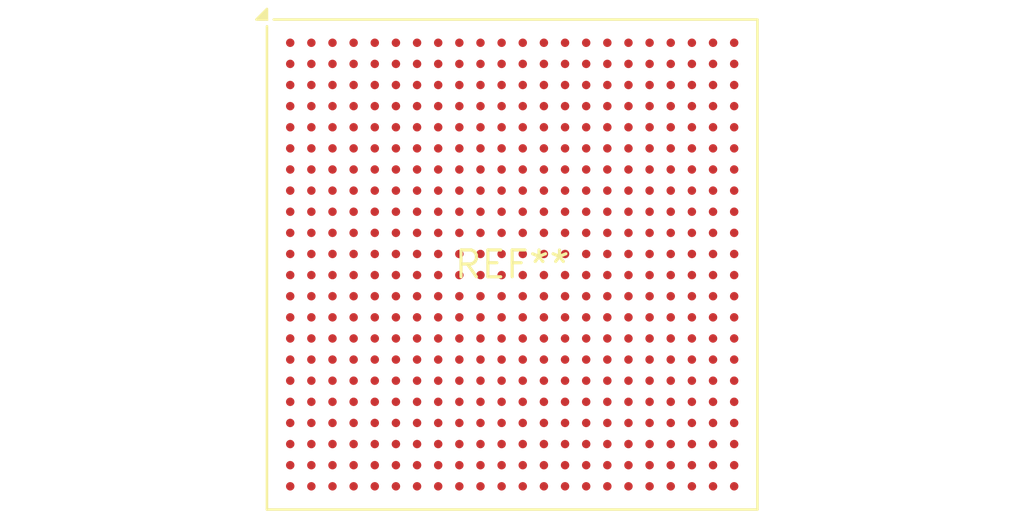
<source format=kicad_pcb>
(kicad_pcb (version 20240108) (generator pcbnew)
  (layers (0 "F.Cu" signal) (31 "B.Cu" signal) (34 "B.Paste" user) (35 "F.Paste" user) (36 "B.SilkS" user "B.Silkscreen") (37 "F.SilkS" user "F.Silkscreen") (38 "B.Mask" user) (39 "F.Mask" user) (44 "Edge.Cuts" user))
  (net 0 "")
  (footprint "FB-BGA-484_23.0x23.0mm_Layout22x22_P1.0mm" (layer "F.Cu") (at 0 0)
    (property "Reference" "REF**")
    (property "Value" "FB-BGA-484_23.0x23.0mm_Layout22x22_P1.0mm")
    (pad "A1" smd circle (at -10.5 -10.5) (size 0.4 0.4) (property pad_prop_bga) (layers "F.Cu" "F.Paste" "F.Mask"))
    (pad "A2" smd circle (at -9.5 -10.5) (size 0.4 0.4) (property pad_prop_bga) (layers "F.Cu" "F.Paste" "F.Mask"))
    (pad "A3" smd circle (at -8.5 -10.5) (size 0.4 0.4) (property pad_prop_bga) (layers "F.Cu" "F.Paste" "F.Mask"))
    (pad "A4" smd circle (at -7.5 -10.5) (size 0.4 0.4) (property pad_prop_bga) (layers "F.Cu" "F.Paste" "F.Mask"))
    (pad "A5" smd circle (at -6.5 -10.5) (size 0.4 0.4) (property pad_prop_bga) (layers "F.Cu" "F.Paste" "F.Mask"))
    (pad "A6" smd circle (at -5.5 -10.5) (size 0.4 0.4) (property pad_prop_bga) (layers "F.Cu" "F.Paste" "F.Mask"))
    (pad "A7" smd circle (at -4.5 -10.5) (size 0.4 0.4) (property pad_prop_bga) (layers "F.Cu" "F.Paste" "F.Mask"))
    (pad "A8" smd circle (at -3.5 -10.5) (size 0.4 0.4) (property pad_prop_bga) (layers "F.Cu" "F.Paste" "F.Mask"))
    (pad "A9" smd circle (at -2.5 -10.5) (size 0.4 0.4) (property pad_prop_bga) (layers "F.Cu" "F.Paste" "F.Mask"))
    (pad "A10" smd circle (at -1.5 -10.5) (size 0.4 0.4) (property pad_prop_bga) (layers "F.Cu" "F.Paste" "F.Mask"))
    (pad "A11" smd circle (at -0.5 -10.5) (size 0.4 0.4) (property pad_prop_bga) (layers "F.Cu" "F.Paste" "F.Mask"))
    (pad "A12" smd circle (at 0.5 -10.5) (size 0.4 0.4) (property pad_prop_bga) (layers "F.Cu" "F.Paste" "F.Mask"))
    (pad "A13" smd circle (at 1.5 -10.5) (size 0.4 0.4) (property pad_prop_bga) (layers "F.Cu" "F.Paste" "F.Mask"))
    (pad "A14" smd circle (at 2.5 -10.5) (size 0.4 0.4) (property pad_prop_bga) (layers "F.Cu" "F.Paste" "F.Mask"))
    (pad "A15" smd circle (at 3.5 -10.5) (size 0.4 0.4) (property pad_prop_bga) (layers "F.Cu" "F.Paste" "F.Mask"))
    (pad "A16" smd circle (at 4.5 -10.5) (size 0.4 0.4) (property pad_prop_bga) (layers "F.Cu" "F.Paste" "F.Mask"))
    (pad "A17" smd circle (at 5.5 -10.5) (size 0.4 0.4) (property pad_prop_bga) (layers "F.Cu" "F.Paste" "F.Mask"))
    (pad "A18" smd circle (at 6.5 -10.5) (size 0.4 0.4) (property pad_prop_bga) (layers "F.Cu" "F.Paste" "F.Mask"))
    (pad "A19" smd circle (at 7.5 -10.5) (size 0.4 0.4) (property pad_prop_bga) (layers "F.Cu" "F.Paste" "F.Mask"))
    (pad "A20" smd circle (at 8.5 -10.5) (size 0.4 0.4) (property pad_prop_bga) (layers "F.Cu" "F.Paste" "F.Mask"))
    (pad "A21" smd circle (at 9.5 -10.5) (size 0.4 0.4) (property pad_prop_bga) (layers "F.Cu" "F.Paste" "F.Mask"))
    (pad "A22" smd circle (at 10.5 -10.5) (size 0.4 0.4) (property pad_prop_bga) (layers "F.Cu" "F.Paste" "F.Mask"))
    (pad "AA1" smd circle (at -10.5 9.5) (size 0.4 0.4) (property pad_prop_bga) (layers "F.Cu" "F.Paste" "F.Mask"))
    (pad "AA2" smd circle (at -9.5 9.5) (size 0.4 0.4) (property pad_prop_bga) (layers "F.Cu" "F.Paste" "F.Mask"))
    (pad "AA3" smd circle (at -8.5 9.5) (size 0.4 0.4) (property pad_prop_bga) (layers "F.Cu" "F.Paste" "F.Mask"))
    (pad "AA4" smd circle (at -7.5 9.5) (size 0.4 0.4) (property pad_prop_bga) (layers "F.Cu" "F.Paste" "F.Mask"))
    (pad "AA5" smd circle (at -6.5 9.5) (size 0.4 0.4) (property pad_prop_bga) (layers "F.Cu" "F.Paste" "F.Mask"))
    (pad "AA6" smd circle (at -5.5 9.5) (size 0.4 0.4) (property pad_prop_bga) (layers "F.Cu" "F.Paste" "F.Mask"))
    (pad "AA7" smd circle (at -4.5 9.5) (size 0.4 0.4) (property pad_prop_bga) (layers "F.Cu" "F.Paste" "F.Mask"))
    (pad "AA8" smd circle (at -3.5 9.5) (size 0.4 0.4) (property pad_prop_bga) (layers "F.Cu" "F.Paste" "F.Mask"))
    (pad "AA9" smd circle (at -2.5 9.5) (size 0.4 0.4) (property pad_prop_bga) (layers "F.Cu" "F.Paste" "F.Mask"))
    (pad "AA10" smd circle (at -1.5 9.5) (size 0.4 0.4) (property pad_prop_bga) (layers "F.Cu" "F.Paste" "F.Mask"))
    (pad "AA11" smd circle (at -0.5 9.5) (size 0.4 0.4) (property pad_prop_bga) (layers "F.Cu" "F.Paste" "F.Mask"))
    (pad "AA12" smd circle (at 0.5 9.5) (size 0.4 0.4) (property pad_prop_bga) (layers "F.Cu" "F.Paste" "F.Mask"))
    (pad "AA13" smd circle (at 1.5 9.5) (size 0.4 0.4) (property pad_prop_bga) (layers "F.Cu" "F.Paste" "F.Mask"))
    (pad "AA14" smd circle (at 2.5 9.5) (size 0.4 0.4) (property pad_prop_bga) (layers "F.Cu" "F.Paste" "F.Mask"))
    (pad "AA15" smd circle (at 3.5 9.5) (size 0.4 0.4) (property pad_prop_bga) (layers "F.Cu" "F.Paste" "F.Mask"))
    (pad "AA16" smd circle (at 4.5 9.5) (size 0.4 0.4) (property pad_prop_bga) (layers "F.Cu" "F.Paste" "F.Mask"))
    (pad "AA17" smd circle (at 5.5 9.5) (size 0.4 0.4) (property pad_prop_bga) (layers "F.Cu" "F.Paste" "F.Mask"))
    (pad "AA18" smd circle (at 6.5 9.5) (size 0.4 0.4) (property pad_prop_bga) (layers "F.Cu" "F.Paste" "F.Mask"))
    (pad "AA19" smd circle (at 7.5 9.5) (size 0.4 0.4) (property pad_prop_bga) (layers "F.Cu" "F.Paste" "F.Mask"))
    (pad "AA20" smd circle (at 8.5 9.5) (size 0.4 0.4) (property pad_prop_bga) (layers "F.Cu" "F.Paste" "F.Mask"))
    (pad "AA21" smd circle (at 9.5 9.5) (size 0.4 0.4) (property pad_prop_bga) (layers "F.Cu" "F.Paste" "F.Mask"))
    (pad "AA22" smd circle (at 10.5 9.5) (size 0.4 0.4) (property pad_prop_bga) (layers "F.Cu" "F.Paste" "F.Mask"))
    (pad "AB1" smd circle (at -10.5 10.5) (size 0.4 0.4) (property pad_prop_bga) (layers "F.Cu" "F.Paste" "F.Mask"))
    (pad "AB2" smd circle (at -9.5 10.5) (size 0.4 0.4) (property pad_prop_bga) (layers "F.Cu" "F.Paste" "F.Mask"))
    (pad "AB3" smd circle (at -8.5 10.5) (size 0.4 0.4) (property pad_prop_bga) (layers "F.Cu" "F.Paste" "F.Mask"))
    (pad "AB4" smd circle (at -7.5 10.5) (size 0.4 0.4) (property pad_prop_bga) (layers "F.Cu" "F.Paste" "F.Mask"))
    (pad "AB5" smd circle (at -6.5 10.5) (size 0.4 0.4) (property pad_prop_bga) (layers "F.Cu" "F.Paste" "F.Mask"))
    (pad "AB6" smd circle (at -5.5 10.5) (size 0.4 0.4) (property pad_prop_bga) (layers "F.Cu" "F.Paste" "F.Mask"))
    (pad "AB7" smd circle (at -4.5 10.5) (size 0.4 0.4) (property pad_prop_bga) (layers "F.Cu" "F.Paste" "F.Mask"))
    (pad "AB8" smd circle (at -3.5 10.5) (size 0.4 0.4) (property pad_prop_bga) (layers "F.Cu" "F.Paste" "F.Mask"))
    (pad "AB9" smd circle (at -2.5 10.5) (size 0.4 0.4) (property pad_prop_bga) (layers "F.Cu" "F.Paste" "F.Mask"))
    (pad "AB10" smd circle (at -1.5 10.5) (size 0.4 0.4) (property pad_prop_bga) (layers "F.Cu" "F.Paste" "F.Mask"))
    (pad "AB11" smd circle (at -0.5 10.5) (size 0.4 0.4) (property pad_prop_bga) (layers "F.Cu" "F.Paste" "F.Mask"))
    (pad "AB12" smd circle (at 0.5 10.5) (size 0.4 0.4) (property pad_prop_bga) (layers "F.Cu" "F.Paste" "F.Mask"))
    (pad "AB13" smd circle (at 1.5 10.5) (size 0.4 0.4) (property pad_prop_bga) (layers "F.Cu" "F.Paste" "F.Mask"))
    (pad "AB14" smd circle (at 2.5 10.5) (size 0.4 0.4) (property pad_prop_bga) (layers "F.Cu" "F.Paste" "F.Mask"))
    (pad "AB15" smd circle (at 3.5 10.5) (size 0.4 0.4) (property pad_prop_bga) (layers "F.Cu" "F.Paste" "F.Mask"))
    (pad "AB16" smd circle (at 4.5 10.5) (size 0.4 0.4) (property pad_prop_bga) (layers "F.Cu" "F.Paste" "F.Mask"))
    (pad "AB17" smd circle (at 5.5 10.5) (size 0.4 0.4) (property pad_prop_bga) (layers "F.Cu" "F.Paste" "F.Mask"))
    (pad "AB18" smd circle (at 6.5 10.5) (size 0.4 0.4) (property pad_prop_bga) (layers "F.Cu" "F.Paste" "F.Mask"))
    (pad "AB19" smd circle (at 7.5 10.5) (size 0.4 0.4) (property pad_prop_bga) (layers "F.Cu" "F.Paste" "F.Mask"))
    (pad "AB20" smd circle (at 8.5 10.5) (size 0.4 0.4) (property pad_prop_bga) (layers "F.Cu" "F.Paste" "F.Mask"))
    (pad "AB21" smd circle (at 9.5 10.5) (size 0.4 0.4) (property pad_prop_bga) (layers "F.Cu" "F.Paste" "F.Mask"))
    (pad "AB22" smd circle (at 10.5 10.5) (size 0.4 0.4) (property pad_prop_bga) (layers "F.Cu" "F.Paste" "F.Mask"))
    (pad "B1" smd circle (at -10.5 -9.5) (size 0.4 0.4) (property pad_prop_bga) (layers "F.Cu" "F.Paste" "F.Mask"))
    (pad "B2" smd circle (at -9.5 -9.5) (size 0.4 0.4) (property pad_prop_bga) (layers "F.Cu" "F.Paste" "F.Mask"))
    (pad "B3" smd circle (at -8.5 -9.5) (size 0.4 0.4) (property pad_prop_bga) (layers "F.Cu" "F.Paste" "F.Mask"))
    (pad "B4" smd circle (at -7.5 -9.5) (size 0.4 0.4) (property pad_prop_bga) (layers "F.Cu" "F.Paste" "F.Mask"))
    (pad "B5" smd circle (at -6.5 -9.5) (size 0.4 0.4) (property pad_prop_bga) (layers "F.Cu" "F.Paste" "F.Mask"))
    (pad "B6" smd circle (at -5.5 -9.5) (size 0.4 0.4) (property pad_prop_bga) (layers "F.Cu" "F.Paste" "F.Mask"))
    (pad "B7" smd circle (at -4.5 -9.5) (size 0.4 0.4) (property pad_prop_bga) (layers "F.Cu" "F.Paste" "F.Mask"))
    (pad "B8" smd circle (at -3.5 -9.5) (size 0.4 0.4) (property pad_prop_bga) (layers "F.Cu" "F.Paste" "F.Mask"))
    (pad "B9" smd circle (at -2.5 -9.5) (size 0.4 0.4) (property pad_prop_bga) (layers "F.Cu" "F.Paste" "F.Mask"))
    (pad "B10" smd circle (at -1.5 -9.5) (size 0.4 0.4) (property pad_prop_bga) (layers "F.Cu" "F.Paste" "F.Mask"))
    (pad "B11" smd circle (at -0.5 -9.5) (size 0.4 0.4) (property pad_prop_bga) (layers "F.Cu" "F.Paste" "F.Mask"))
    (pad "B12" smd circle (at 0.5 -9.5) (size 0.4 0.4) (property pad_prop_bga) (layers "F.Cu" "F.Paste" "F.Mask"))
    (pad "B13" smd circle (at 1.5 -9.5) (size 0.4 0.4) (property pad_prop_bga) (layers "F.Cu" "F.Paste" "F.Mask"))
    (pad "B14" smd circle (at 2.5 -9.5) (size 0.4 0.4) (property pad_prop_bga) (layers "F.Cu" "F.Paste" "F.Mask"))
    (pad "B15" smd circle (at 3.5 -9.5) (size 0.4 0.4) (property pad_prop_bga) (layers "F.Cu" "F.Paste" "F.Mask"))
    (pad "B16" smd circle (at 4.5 -9.5) (size 0.4 0.4) (property pad_prop_bga) (layers "F.Cu" "F.Paste" "F.Mask"))
    (pad "B17" smd circle (at 5.5 -9.5) (size 0.4 0.4) (property pad_prop_bga) (layers "F.Cu" "F.Paste" "F.Mask"))
    (pad "B18" smd circle (at 6.5 -9.5) (size 0.4 0.4) (property pad_prop_bga) (layers "F.Cu" "F.Paste" "F.Mask"))
    (pad "B19" smd circle (at 7.5 -9.5) (size 0.4 0.4) (property pad_prop_bga) (layers "F.Cu" "F.Paste" "F.Mask"))
    (pad "B20" smd circle (at 8.5 -9.5) (size 0.4 0.4) (property pad_prop_bga) (layers "F.Cu" "F.Paste" "F.Mask"))
    (pad "B21" smd circle (at 9.5 -9.5) (size 0.4 0.4) (property pad_prop_bga) (layers "F.Cu" "F.Paste" "F.Mask"))
    (pad "B22" smd circle (at 10.5 -9.5) (size 0.4 0.4) (property pad_prop_bga) (layers "F.Cu" "F.Paste" "F.Mask"))
    (pad "C1" smd circle (at -10.5 -8.5) (size 0.4 0.4) (property pad_prop_bga) (layers "F.Cu" "F.Paste" "F.Mask"))
    (pad "C2" smd circle (at -9.5 -8.5) (size 0.4 0.4) (property pad_prop_bga) (layers "F.Cu" "F.Paste" "F.Mask"))
    (pad "C3" smd circle (at -8.5 -8.5) (size 0.4 0.4) (property pad_prop_bga) (layers "F.Cu" "F.Paste" "F.Mask"))
    (pad "C4" smd circle (at -7.5 -8.5) (size 0.4 0.4) (property pad_prop_bga) (layers "F.Cu" "F.Paste" "F.Mask"))
    (pad "C5" smd circle (at -6.5 -8.5) (size 0.4 0.4) (property pad_prop_bga) (layers "F.Cu" "F.Paste" "F.Mask"))
    (pad "C6" smd circle (at -5.5 -8.5) (size 0.4 0.4) (property pad_prop_bga) (layers "F.Cu" "F.Paste" "F.Mask"))
    (pad "C7" smd circle (at -4.5 -8.5) (size 0.4 0.4) (property pad_prop_bga) (layers "F.Cu" "F.Paste" "F.Mask"))
    (pad "C8" smd circle (at -3.5 -8.5) (size 0.4 0.4) (property pad_prop_bga) (layers "F.Cu" "F.Paste" "F.Mask"))
    (pad "C9" smd circle (at -2.5 -8.5) (size 0.4 0.4) (property pad_prop_bga) (layers "F.Cu" "F.Paste" "F.Mask"))
    (pad "C10" smd circle (at -1.5 -8.5) (size 0.4 0.4) (property pad_prop_bga) (layers "F.Cu" "F.Paste" "F.Mask"))
    (pad "C11" smd circle (at -0.5 -8.5) (size 0.4 0.4) (property pad_prop_bga) (layers "F.Cu" "F.Paste" "F.Mask"))
    (pad "C12" smd circle (at 0.5 -8.5) (size 0.4 0.4) (property pad_prop_bga) (layers "F.Cu" "F.Paste" "F.Mask"))
    (pad "C13" smd circle (at 1.5 -8.5) (size 0.4 0.4) (property pad_prop_bga) (layers "F.Cu" "F.Paste" "F.Mask"))
    (pad "C14" smd circle (at 2.5 -8.5) (size 0.4 0.4) (property pad_prop_bga) (layers "F.Cu" "F.Paste" "F.Mask"))
    (pad "C15" smd circle (at 3.5 -8.5) (size 0.4 0.4) (property pad_prop_bga) (layers "F.Cu" "F.Paste" "F.Mask"))
    (pad "C16" smd circle (at 4.5 -8.5) (size 0.4 0.4) (property pad_prop_bga) (layers "F.Cu" "F.Paste" "F.Mask"))
    (pad "C17" smd circle (at 5.5 -8.5) (size 0.4 0.4) (property pad_prop_bga) (layers "F.Cu" "F.Paste" "F.Mask"))
    (pad "C18" smd circle (at 6.5 -8.5) (size 0.4 0.4) (property pad_prop_bga) (layers "F.Cu" "F.Paste" "F.Mask"))
    (pad "C19" smd circle (at 7.5 -8.5) (size 0.4 0.4) (property pad_prop_bga) (layers "F.Cu" "F.Paste" "F.Mask"))
    (pad "C20" smd circle (at 8.5 -8.5) (size 0.4 0.4) (property pad_prop_bga) (layers "F.Cu" "F.Paste" "F.Mask"))
    (pad "C21" smd circle (at 9.5 -8.5) (size 0.4 0.4) (property pad_prop_bga) (layers "F.Cu" "F.Paste" "F.Mask"))
    (pad "C22" smd circle (at 10.5 -8.5) (size 0.4 0.4) (property pad_prop_bga) (layers "F.Cu" "F.Paste" "F.Mask"))
    (pad "D1" smd circle (at -10.5 -7.5) (size 0.4 0.4) (property pad_prop_bga) (layers "F.Cu" "F.Paste" "F.Mask"))
    (pad "D2" smd circle (at -9.5 -7.5) (size 0.4 0.4) (property pad_prop_bga) (layers "F.Cu" "F.Paste" "F.Mask"))
    (pad "D3" smd circle (at -8.5 -7.5) (size 0.4 0.4) (property pad_prop_bga) (layers "F.Cu" "F.Paste" "F.Mask"))
    (pad "D4" smd circle (at -7.5 -7.5) (size 0.4 0.4) (property pad_prop_bga) (layers "F.Cu" "F.Paste" "F.Mask"))
    (pad "D5" smd circle (at -6.5 -7.5) (size 0.4 0.4) (property pad_prop_bga) (layers "F.Cu" "F.Paste" "F.Mask"))
    (pad "D6" smd circle (at -5.5 -7.5) (size 0.4 0.4) (property pad_prop_bga) (layers "F.Cu" "F.Paste" "F.Mask"))
    (pad "D7" smd circle (at -4.5 -7.5) (size 0.4 0.4) (property pad_prop_bga) (layers "F.Cu" "F.Paste" "F.Mask"))
    (pad "D8" smd circle (at -3.5 -7.5) (size 0.4 0.4) (property pad_prop_bga) (layers "F.Cu" "F.Paste" "F.Mask"))
    (pad "D9" smd circle (at -2.5 -7.5) (size 0.4 0.4) (property pad_prop_bga) (layers "F.Cu" "F.Paste" "F.Mask"))
    (pad "D10" smd circle (at -1.5 -7.5) (size 0.4 0.4) (property pad_prop_bga) (layers "F.Cu" "F.Paste" "F.Mask"))
    (pad "D11" smd circle (at -0.5 -7.5) (size 0.4 0.4) (property pad_prop_bga) (layers "F.Cu" "F.Paste" "F.Mask"))
    (pad "D12" smd circle (at 0.5 -7.5) (size 0.4 0.4) (property pad_prop_bga) (layers "F.Cu" "F.Paste" "F.Mask"))
    (pad "D13" smd circle (at 1.5 -7.5) (size 0.4 0.4) (property pad_prop_bga) (layers "F.Cu" "F.Paste" "F.Mask"))
    (pad "D14" smd circle (at 2.5 -7.5) (size 0.4 0.4) (property pad_prop_bga) (layers "F.Cu" "F.Paste" "F.Mask"))
    (pad "D15" smd circle (at 3.5 -7.5) (size 0.4 0.4) (property pad_prop_bga) (layers "F.Cu" "F.Paste" "F.Mask"))
    (pad "D16" smd circle (at 4.5 -7.5) (size 0.4 0.4) (property pad_prop_bga) (layers "F.Cu" "F.Paste" "F.Mask"))
    (pad "D17" smd circle (at 5.5 -7.5) (size 0.4 0.4) (property pad_prop_bga) (layers "F.Cu" "F.Paste" "F.Mask"))
    (pad "D18" smd circle (at 6.5 -7.5) (size 0.4 0.4) (property pad_prop_bga) (layers "F.Cu" "F.Paste" "F.Mask"))
    (pad "D19" smd circle (at 7.5 -7.5) (size 0.4 0.4) (property pad_prop_bga) (layers "F.Cu" "F.Paste" "F.Mask"))
    (pad "D20" smd circle (at 8.5 -7.5) (size 0.4 0.4) (property pad_prop_bga) (layers "F.Cu" "F.Paste" "F.Mask"))
    (pad "D21" smd circle (at 9.5 -7.5) (size 0.4 0.4) (property pad_prop_bga) (layers "F.Cu" "F.Paste" "F.Mask"))
    (pad "D22" smd circle (at 10.5 -7.5) (size 0.4 0.4) (property pad_prop_bga) (layers "F.Cu" "F.Paste" "F.Mask"))
    (pad "E1" smd circle (at -10.5 -6.5) (size 0.4 0.4) (property pad_prop_bga) (layers "F.Cu" "F.Paste" "F.Mask"))
    (pad "E2" smd circle (at -9.5 -6.5) (size 0.4 0.4) (property pad_prop_bga) (layers "F.Cu" "F.Paste" "F.Mask"))
    (pad "E3" smd circle (at -8.5 -6.5) (size 0.4 0.4) (property pad_prop_bga) (layers "F.Cu" "F.Paste" "F.Mask"))
    (pad "E4" smd circle (at -7.5 -6.5) (size 0.4 0.4) (property pad_prop_bga) (layers "F.Cu" "F.Paste" "F.Mask"))
    (pad "E5" smd circle (at -6.5 -6.5) (size 0.4 0.4) (property pad_prop_bga) (layers "F.Cu" "F.Paste" "F.Mask"))
    (pad "E6" smd circle (at -5.5 -6.5) (size 0.4 0.4) (property pad_prop_bga) (layers "F.Cu" "F.Paste" "F.Mask"))
    (pad "E7" smd circle (at -4.5 -6.5) (size 0.4 0.4) (property pad_prop_bga) (layers "F.Cu" "F.Paste" "F.Mask"))
    (pad "E8" smd circle (at -3.5 -6.5) (size 0.4 0.4) (property pad_prop_bga) (layers "F.Cu" "F.Paste" "F.Mask"))
    (pad "E9" smd circle (at -2.5 -6.5) (size 0.4 0.4) (property pad_prop_bga) (layers "F.Cu" "F.Paste" "F.Mask"))
    (pad "E10" smd circle (at -1.5 -6.5) (size 0.4 0.4) (property pad_prop_bga) (layers "F.Cu" "F.Paste" "F.Mask"))
    (pad "E11" smd circle (at -0.5 -6.5) (size 0.4 0.4) (property pad_prop_bga) (layers "F.Cu" "F.Paste" "F.Mask"))
    (pad "E12" smd circle (at 0.5 -6.5) (size 0.4 0.4) (property pad_prop_bga) (layers "F.Cu" "F.Paste" "F.Mask"))
    (pad "E13" smd circle (at 1.5 -6.5) (size 0.4 0.4) (property pad_prop_bga) (layers "F.Cu" "F.Paste" "F.Mask"))
    (pad "E14" smd circle (at 2.5 -6.5) (size 0.4 0.4) (property pad_prop_bga) (layers "F.Cu" "F.Paste" "F.Mask"))
    (pad "E15" smd circle (at 3.5 -6.5) (size 0.4 0.4) (property pad_prop_bga) (layers "F.Cu" "F.Paste" "F.Mask"))
    (pad "E16" smd circle (at 4.5 -6.5) (size 0.4 0.4) (property pad_prop_bga) (layers "F.Cu" "F.Paste" "F.Mask"))
    (pad "E17" smd circle (at 5.5 -6.5) (size 0.4 0.4) (property pad_prop_bga) (layers "F.Cu" "F.Paste" "F.Mask"))
    (pad "E18" smd circle (at 6.5 -6.5) (size 0.4 0.4) (property pad_prop_bga) (layers "F.Cu" "F.Paste" "F.Mask"))
    (pad "E19" smd circle (at 7.5 -6.5) (size 0.4 0.4) (property pad_prop_bga) (layers "F.Cu" "F.Paste" "F.Mask"))
    (pad "E20" smd circle (at 8.5 -6.5) (size 0.4 0.4) (property pad_prop_bga) (layers "F.Cu" "F.Paste" "F.Mask"))
    (pad "E21" smd circle (at 9.5 -6.5) (size 0.4 0.4) (property pad_prop_bga) (layers "F.Cu" "F.Paste" "F.Mask"))
    (pad "E22" smd circle (at 10.5 -6.5) (size 0.4 0.4) (property pad_prop_bga) (layers "F.Cu" "F.Paste" "F.Mask"))
    (pad "F1" smd circle (at -10.5 -5.5) (size 0.4 0.4) (property pad_prop_bga) (layers "F.Cu" "F.Paste" "F.Mask"))
    (pad "F2" smd circle (at -9.5 -5.5) (size 0.4 0.4) (property pad_prop_bga) (layers "F.Cu" "F.Paste" "F.Mask"))
    (pad "F3" smd circle (at -8.5 -5.5) (size 0.4 0.4) (property pad_prop_bga) (layers "F.Cu" "F.Paste" "F.Mask"))
    (pad "F4" smd circle (at -7.5 -5.5) (size 0.4 0.4) (property pad_prop_bga) (layers "F.Cu" "F.Paste" "F.Mask"))
    (pad "F5" smd circle (at -6.5 -5.5) (size 0.4 0.4) (property pad_prop_bga) (layers "F.Cu" "F.Paste" "F.Mask"))
    (pad "F6" smd circle (at -5.5 -5.5) (size 0.4 0.4) (property pad_prop_bga) (layers "F.Cu" "F.Paste" "F.Mask"))
    (pad "F7" smd circle (at -4.5 -5.5) (size 0.4 0.4) (property pad_prop_bga) (layers "F.Cu" "F.Paste" "F.Mask"))
    (pad "F8" smd circle (at -3.5 -5.5) (size 0.4 0.4) (property pad_prop_bga) (layers "F.Cu" "F.Paste" "F.Mask"))
    (pad "F9" smd circle (at -2.5 -5.5) (size 0.4 0.4) (property pad_prop_bga) (layers "F.Cu" "F.Paste" "F.Mask"))
    (pad "F10" smd circle (at -1.5 -5.5) (size 0.4 0.4) (property pad_prop_bga) (layers "F.Cu" "F.Paste" "F.Mask"))
    (pad "F11" smd circle (at -0.5 -5.5) (size 0.4 0.4) (property pad_prop_bga) (layers "F.Cu" "F.Paste" "F.Mask"))
    (pad "F12" smd circle (at 0.5 -5.5) (size 0.4 0.4) (property pad_prop_bga) (layers "F.Cu" "F.Paste" "F.Mask"))
    (pad "F13" smd circle (at 1.5 -5.5) (size 0.4 0.4) (property pad_prop_bga) (layers "F.Cu" "F.Paste" "F.Mask"))
    (pad "F14" smd circle (at 2.5 -5.5) (size 0.4 0.4) (property pad_prop_bga) (layers "F.Cu" "F.Paste" "F.Mask"))
    (pad "F15" smd circle (at 3.5 -5.5) (size 0.4 0.4) (property pad_prop_bga) (layers "F.Cu" "F.Paste" "F.Mask"))
    (pad "F16" smd circle (at 4.5 -5.5) (size 0.4 0.4) (property pad_prop_bga) (layers "F.Cu" "F.Paste" "F.Mask"))
    (pad "F17" smd circle (at 5.5 -5.5) (size 0.4 0.4) (property pad_prop_bga) (layers "F.Cu" "F.Paste" "F.Mask"))
    (pad "F18" smd circle (at 6.5 -5.5) (size 0.4 0.4) (property pad_prop_bga) (layers "F.Cu" "F.Paste" "F.Mask"))
    (pad "F19" smd circle (at 7.5 -5.5) (size 0.4 0.4) (property pad_prop_bga) (layers "F.Cu" "F.Paste" "F.Mask"))
    (pad "F20" smd circle (at 8.5 -5.5) (size 0.4 0.4) (property pad_prop_bga) (layers "F.Cu" "F.Paste" "F.Mask"))
    (pad "F21" smd circle (at 9.5 -5.5) (size 0.4 0.4) (property pad_prop_bga) (layers "F.Cu" "F.Paste" "F.Mask"))
    (pad "F22" smd circle (at 10.5 -5.5) (size 0.4 0.4) (property pad_prop_bga) (layers "F.Cu" "F.Paste" "F.Mask"))
    (pad "G1" smd circle (at -10.5 -4.5) (size 0.4 0.4) (property pad_prop_bga) (layers "F.Cu" "F.Paste" "F.Mask"))
    (pad "G2" smd circle (at -9.5 -4.5) (size 0.4 0.4) (property pad_prop_bga) (layers "F.Cu" "F.Paste" "F.Mask"))
    (pad "G3" smd circle (at -8.5 -4.5) (size 0.4 0.4) (property pad_prop_bga) (layers "F.Cu" "F.Paste" "F.Mask"))
    (pad "G4" smd circle (at -7.5 -4.5) (size 0.4 0.4) (property pad_prop_bga) (layers "F.Cu" "F.Paste" "F.Mask"))
    (pad "G5" smd circle (at -6.5 -4.5) (size 0.4 0.4) (property pad_prop_bga) (layers "F.Cu" "F.Paste" "F.Mask"))
    (pad "G6" smd circle (at -5.5 -4.5) (size 0.4 0.4) (property pad_prop_bga) (layers "F.Cu" "F.Paste" "F.Mask"))
    (pad "G7" smd circle (at -4.5 -4.5) (size 0.4 0.4) (property pad_prop_bga) (layers "F.Cu" "F.Paste" "F.Mask"))
    (pad "G8" smd circle (at -3.5 -4.5) (size 0.4 0.4) (property pad_prop_bga) (layers "F.Cu" "F.Paste" "F.Mask"))
    (pad "G9" smd circle (at -2.5 -4.5) (size 0.4 0.4) (property pad_prop_bga) (layers "F.Cu" "F.Paste" "F.Mask"))
    (pad "G10" smd circle (at -1.5 -4.5) (size 0.4 0.4) (property pad_prop_bga) (layers "F.Cu" "F.Paste" "F.Mask"))
    (pad "G11" smd circle (at -0.5 -4.5) (size 0.4 0.4) (property pad_prop_bga) (layers "F.Cu" "F.Paste" "F.Mask"))
    (pad "G12" smd circle (at 0.5 -4.5) (size 0.4 0.4) (property pad_prop_bga) (layers "F.Cu" "F.Paste" "F.Mask"))
    (pad "G13" smd circle (at 1.5 -4.5) (size 0.4 0.4) (property pad_prop_bga) (layers "F.Cu" "F.Paste" "F.Mask"))
    (pad "G14" smd circle (at 2.5 -4.5) (size 0.4 0.4) (property pad_prop_bga) (layers "F.Cu" "F.Paste" "F.Mask"))
    (pad "G15" smd circle (at 3.5 -4.5) (size 0.4 0.4) (property pad_prop_bga) (layers "F.Cu" "F.Paste" "F.Mask"))
    (pad "G16" smd circle (at 4.5 -4.5) (size 0.4 0.4) (property pad_prop_bga) (layers "F.Cu" "F.Paste" "F.Mask"))
    (pad "G17" smd circle (at 5.5 -4.5) (size 0.4 0.4) (property pad_prop_bga) (layers "F.Cu" "F.Paste" "F.Mask"))
    (pad "G18" smd circle (at 6.5 -4.5) (size 0.4 0.4) (property pad_prop_bga) (layers "F.Cu" "F.Paste" "F.Mask"))
    (pad "G19" smd circle (at 7.5 -4.5) (size 0.4 0.4) (property pad_prop_bga) (layers "F.Cu" "F.Paste" "F.Mask"))
    (pad "G20" smd circle (at 8.5 -4.5) (size 0.4 0.4) (property pad_prop_bga) (layers "F.Cu" "F.Paste" "F.Mask"))
    (pad "G21" smd circle (at 9.5 -4.5) (size 0.4 0.4) (property pad_prop_bga) (layers "F.Cu" "F.Paste" "F.Mask"))
    (pad "G22" smd circle (at 10.5 -4.5) (size 0.4 0.4) (property pad_prop_bga) (layers "F.Cu" "F.Paste" "F.Mask"))
    (pad "H1" smd circle (at -10.5 -3.5) (size 0.4 0.4) (property pad_prop_bga) (layers "F.Cu" "F.Paste" "F.Mask"))
    (pad "H2" smd circle (at -9.5 -3.5) (size 0.4 0.4) (property pad_prop_bga) (layers "F.Cu" "F.Paste" "F.Mask"))
    (pad "H3" smd circle (at -8.5 -3.5) (size 0.4 0.4) (property pad_prop_bga) (layers "F.Cu" "F.Paste" "F.Mask"))
    (pad "H4" smd circle (at -7.5 -3.5) (size 0.4 0.4) (property pad_prop_bga) (layers "F.Cu" "F.Paste" "F.Mask"))
    (pad "H5" smd circle (at -6.5 -3.5) (size 0.4 0.4) (property pad_prop_bga) (layers "F.Cu" "F.Paste" "F.Mask"))
    (pad "H6" smd circle (at -5.5 -3.5) (size 0.4 0.4) (property pad_prop_bga) (layers "F.Cu" "F.Paste" "F.Mask"))
    (pad "H7" smd circle (at -4.5 -3.5) (size 0.4 0.4) (property pad_prop_bga) (layers "F.Cu" "F.Paste" "F.Mask"))
    (pad "H8" smd circle (at -3.5 -3.5) (size 0.4 0.4) (property pad_prop_bga) (layers "F.Cu" "F.Paste" "F.Mask"))
    (pad "H9" smd circle (at -2.5 -3.5) (size 0.4 0.4) (property pad_prop_bga) (layers "F.Cu" "F.Paste" "F.Mask"))
    (pad "H10" smd circle (at -1.5 -3.5) (size 0.4 0.4) (property pad_prop_bga) (layers "F.Cu" "F.Paste" "F.Mask"))
    (pad "H11" smd circle (at -0.5 -3.5) (size 0.4 0.4) (property pad_prop_bga) (layers "F.Cu" "F.Paste" "F.Mask"))
    (pad "H12" smd circle (at 0.5 -3.5) (size 0.4 0.4) (property pad_prop_bga) (layers "F.Cu" "F.Paste" "F.Mask"))
    (pad "H13" smd circle (at 1.5 -3.5) (size 0.4 0.4) (property pad_prop_bga) (layers "F.Cu" "F.Paste" "F.Mask"))
    (pad "H14" smd circle (at 2.5 -3.5) (size 0.4 0.4) (property pad_prop_bga) (layers "F.Cu" "F.Paste" "F.Mask"))
    (pad "H15" smd circle (at 3.5 -3.5) (size 0.4 0.4) (property pad_prop_bga) (layers "F.Cu" "F.Paste" "F.Mask"))
    (pad "H16" smd circle (at 4.5 -3.5) (size 0.4 0.4) (property pad_prop_bga) (layers "F.Cu" "F.Paste" "F.Mask"))
    (pad "H17" smd circle (at 5.5 -3.5) (size 0.4 0.4) (property pad_prop_bga) (layers "F.Cu" "F.Paste" "F.Mask"))
    (pad "H18" smd circle (at 6.5 -3.5) (size 0.4 0.4) (property pad_prop_bga) (layers "F.Cu" "F.Paste" "F.Mask"))
    (pad "H19" smd circle (at 7.5 -3.5) (size 0.4 0.4) (property pad_prop_bga) (layers "F.Cu" "F.Paste" "F.Mask"))
    (pad "H20" smd circle (at 8.5 -3.5) (size 0.4 0.4) (property pad_prop_bga) (layers "F.Cu" "F.Paste" "F.Mask"))
    (pad "H21" smd circle (at 9.5 -3.5) (size 0.4 0.4) (property pad_prop_bga) (layers "F.Cu" "F.Paste" "F.Mask"))
    (pad "H22" smd circle (at 10.5 -3.5) (size 0.4 0.4) (property pad_prop_bga) (layers "F.Cu" "F.Paste" "F.Mask"))
    (pad "J1" smd circle (at -10.5 -2.5) (size 0.4 0.4) (property pad_prop_bga) (layers "F.Cu" "F.Paste" "F.Mask"))
    (pad "J2" smd circle (at -9.5 -2.5) (size 0.4 0.4) (property pad_prop_bga) (layers "F.Cu" "F.Paste" "F.Mask"))
    (pad "J3" smd circle (at -8.5 -2.5) (size 0.4 0.4) (property pad_prop_bga) (layers "F.Cu" "F.Paste" "F.Mask"))
    (pad "J4" smd circle (at -7.5 -2.5) (size 0.4 0.4) (property pad_prop_bga) (layers "F.Cu" "F.Paste" "F.Mask"))
    (pad "J5" smd circle (at -6.5 -2.5) (size 0.4 0.4) (property pad_prop_bga) (layers "F.Cu" "F.Paste" "F.Mask"))
    (pad "J6" smd circle (at -5.5 -2.5) (size 0.4 0.4) (property pad_prop_bga) (layers "F.Cu" "F.Paste" "F.Mask"))
    (pad "J7" smd circle (at -4.5 -2.5) (size 0.4 0.4) (property pad_prop_bga) (layers "F.Cu" "F.Paste" "F.Mask"))
    (pad "J8" smd circle (at -3.5 -2.5) (size 0.4 0.4) (property pad_prop_bga) (layers "F.Cu" "F.Paste" "F.Mask"))
    (pad "J9" smd circle (at -2.5 -2.5) (size 0.4 0.4) (property pad_prop_bga) (layers "F.Cu" "F.Paste" "F.Mask"))
    (pad "J10" smd circle (at -1.5 -2.5) (size 0.4 0.4) (property pad_prop_bga) (layers "F.Cu" "F.Paste" "F.Mask"))
    (pad "J11" smd circle (at -0.5 -2.5) (size 0.4 0.4) (property pad_prop_bga) (layers "F.Cu" "F.Paste" "F.Mask"))
    (pad "J12" smd circle (at 0.5 -2.5) (size 0.4 0.4) (property pad_prop_bga) (layers "F.Cu" "F.Paste" "F.Mask"))
    (pad "J13" smd circle (at 1.5 -2.5) (size 0.4 0.4) (property pad_prop_bga) (layers "F.Cu" "F.Paste" "F.Mask"))
    (pad "J14" smd circle (at 2.5 -2.5) (size 0.4 0.4) (property pad_prop_bga) (layers "F.Cu" "F.Paste" "F.Mask"))
    (pad "J15" smd circle (at 3.5 -2.5) (size 0.4 0.4) (property pad_prop_bga) (layers "F.Cu" "F.Paste" "F.Mask"))
    (pad "J16" smd circle (at 4.5 -2.5) (size 0.4 0.4) (property pad_prop_bga) (layers "F.Cu" "F.Paste" "F.Mask"))
    (pad "J17" smd circle (at 5.5 -2.5) (size 0.4 0.4) (property pad_prop_bga) (layers "F.Cu" "F.Paste" "F.Mask"))
    (pad "J18" smd circle (at 6.5 -2.5) (size 0.4 0.4) (property pad_prop_bga) (layers "F.Cu" "F.Paste" "F.Mask"))
    (pad "J19" smd circle (at 7.5 -2.5) (size 0.4 0.4) (property pad_prop_bga) (layers "F.Cu" "F.Paste" "F.Mask"))
    (pad "J20" smd circle (at 8.5 -2.5) (size 0.4 0.4) (property pad_prop_bga) (layers "F.Cu" "F.Paste" "F.Mask"))
    (pad "J21" smd circle (at 9.5 -2.5) (size 0.4 0.4) (property pad_prop_bga) (layers "F.Cu" "F.Paste" "F.Mask"))
    (pad "J22" smd circle (at 10.5 -2.5) (size 0.4 0.4) (property pad_prop_bga) (layers "F.Cu" "F.Paste" "F.Mask"))
    (pad "K1" smd circle (at -10.5 -1.5) (size 0.4 0.4) (property pad_prop_bga) (layers "F.Cu" "F.Paste" "F.Mask"))
    (pad "K2" smd circle (at -9.5 -1.5) (size 0.4 0.4) (property pad_prop_bga) (layers "F.Cu" "F.Paste" "F.Mask"))
    (pad "K3" smd circle (at -8.5 -1.5) (size 0.4 0.4) (property pad_prop_bga) (layers "F.Cu" "F.Paste" "F.Mask"))
    (pad "K4" smd circle (at -7.5 -1.5) (size 0.4 0.4) (property pad_prop_bga) (layers "F.Cu" "F.Paste" "F.Mask"))
    (pad "K5" smd circle (at -6.5 -1.5) (size 0.4 0.4) (property pad_prop_bga) (layers "F.Cu" "F.Paste" "F.Mask"))
    (pad "K6" smd circle (at -5.5 -1.5) (size 0.4 0.4) (property pad_prop_bga) (layers "F.Cu" "F.Paste" "F.Mask"))
    (pad "K7" smd circle (at -4.5 -1.5) (size 0.4 0.4) (property pad_prop_bga) (layers "F.Cu" "F.Paste" "F.Mask"))
    (pad "K8" smd circle (at -3.5 -1.5) (size 0.4 0.4) (property pad_prop_bga) (layers "F.Cu" "F.Paste" "F.Mask"))
    (pad "K9" smd circle (at -2.5 -1.5) (size 0.4 0.4) (property pad_prop_bga) (layers "F.Cu" "F.Paste" "F.Mask"))
    (pad "K10" smd circle (at -1.5 -1.5) (size 0.4 0.4) (property pad_prop_bga) (layers "F.Cu" "F.Paste" "F.Mask"))
    (pad "K11" smd circle (at -0.5 -1.5) (size 0.4 0.4) (property pad_prop_bga) (layers "F.Cu" "F.Paste" "F.Mask"))
    (pad "K12" smd circle (at 0.5 -1.5) (size 0.4 0.4) (property pad_prop_bga) (layers "F.Cu" "F.Paste" "F.Mask"))
    (pad "K13" smd circle (at 1.5 -1.5) (size 0.4 0.4) (property pad_prop_bga) (layers "F.Cu" "F.Paste" "F.Mask"))
    (pad "K14" smd circle (at 2.5 -1.5) (size 0.4 0.4) (property pad_prop_bga) (layers "F.Cu" "F.Paste" "F.Mask"))
    (pad "K15" smd circle (at 3.5 -1.5) (size 0.4 0.4) (property pad_prop_bga) (layers "F.Cu" "F.Paste" "F.Mask"))
    (pad "K16" smd circle (at 4.5 -1.5) (size 0.4 0.4) (property pad_prop_bga) (layers "F.Cu" "F.Paste" "F.Mask"))
    (pad "K17" smd circle (at 5.5 -1.5) (size 0.4 0.4) (property pad_prop_bga) (layers "F.Cu" "F.Paste" "F.Mask"))
    (pad "K18" smd circle (at 6.5 -1.5) (size 0.4 0.4) (property pad_prop_bga) (layers "F.Cu" "F.Paste" "F.Mask"))
    (pad "K19" smd circle (at 7.5 -1.5) (size 0.4 0.4) (property pad_prop_bga) (layers "F.Cu" "F.Paste" "F.Mask"))
    (pad "K20" smd circle (at 8.5 -1.5) (size 0.4 0.4) (property pad_prop_bga) (layers "F.Cu" "F.Paste" "F.Mask"))
    (pad "K21" smd circle (at 9.5 -1.5) (size 0.4 0.4) (property pad_prop_bga) (layers "F.Cu" "F.Paste" "F.Mask"))
    (pad "K22" smd circle (at 10.5 -1.5) (size 0.4 0.4) (property pad_prop_bga) (layers "F.Cu" "F.Paste" "F.Mask"))
    (pad "L1" smd circle (at -10.5 -0.5) (size 0.4 0.4) (property pad_prop_bga) (layers "F.Cu" "F.Paste" "F.Mask"))
    (pad "L2" smd circle (at -9.5 -0.5) (size 0.4 0.4) (property pad_prop_bga) (layers "F.Cu" "F.Paste" "F.Mask"))
    (pad "L3" smd circle (at -8.5 -0.5) (size 0.4 0.4) (property pad_prop_bga) (layers "F.Cu" "F.Paste" "F.Mask"))
    (pad "L4" smd circle (at -7.5 -0.5) (size 0.4 0.4) (property pad_prop_bga) (layers "F.Cu" "F.Paste" "F.Mask"))
    (pad "L5" smd circle (at -6.5 -0.5) (size 0.4 0.4) (property pad_prop_bga) (layers "F.Cu" "F.Paste" "F.Mask"))
    (pad "L6" smd circle (at -5.5 -0.5) (size 0.4 0.4) (property pad_prop_bga) (layers "F.Cu" "F.Paste" "F.Mask"))
    (pad "L7" smd circle (at -4.5 -0.5) (size 0.4 0.4) (property pad_prop_bga) (layers "F.Cu" "F.Paste" "F.Mask"))
    (pad "L8" smd circle (at -3.5 -0.5) (size 0.4 0.4) (property pad_prop_bga) (layers "F.Cu" "F.Paste" "F.Mask"))
    (pad "L9" smd circle (at -2.5 -0.5) (size 0.4 0.4) (property pad_prop_bga) (layers "F.Cu" "F.Paste" "F.Mask"))
    (pad "L10" smd circle (at -1.5 -0.5) (size 0.4 0.4) (property pad_prop_bga) (layers "F.Cu" "F.Paste" "F.Mask"))
    (pad "L11" smd circle (at -0.5 -0.5) (size 0.4 0.4) (property pad_prop_bga) (layers "F.Cu" "F.Paste" "F.Mask"))
    (pad "L12" smd circle (at 0.5 -0.5) (size 0.4 0.4) (property pad_prop_bga) (layers "F.Cu" "F.Paste" "F.Mask"))
    (pad "L13" smd circle (at 1.5 -0.5) (size 0.4 0.4) (property pad_prop_bga) (layers "F.Cu" "F.Paste" "F.Mask"))
    (pad "L14" smd circle (at 2.5 -0.5) (size 0.4 0.4) (property pad_prop_bga) (layers "F.Cu" "F.Paste" "F.Mask"))
    (pad "L15" smd circle (at 3.5 -0.5) (size 0.4 0.4) (property pad_prop_bga) (layers "F.Cu" "F.Paste" "F.Mask"))
    (pad "L16" smd circle (at 4.5 -0.5) (size 0.4 0.4) (property pad_prop_bga) (layers "F.Cu" "F.Paste" "F.Mask"))
    (pad "L17" smd circle (at 5.5 -0.5) (size 0.4 0.4) (property pad_prop_bga) (layers "F.Cu" "F.Paste" "F.Mask"))
    (pad "L18" smd circle (at 6.5 -0.5) (size 0.4 0.4) (property pad_prop_bga) (layers "F.Cu" "F.Paste" "F.Mask"))
    (pad "L19" smd circle (at 7.5 -0.5) (size 0.4 0.4) (property pad_prop_bga) (layers "F.Cu" "F.Paste" "F.Mask"))
    (pad "L20" smd circle (at 8.5 -0.5) (size 0.4 0.4) (property pad_prop_bga) (layers "F.Cu" "F.Paste" "F.Mask"))
    (pad "L21" smd circle (at 9.5 -0.5) (size 0.4 0.4) (property pad_prop_bga) (layers "F.Cu" "F.Paste" "F.Mask"))
    (pad "L22" smd circle (at 10.5 -0.5) (size 0.4 0.4) (property pad_prop_bga) (layers "F.Cu" "F.Paste" "F.Mask"))
    (pad "M1" smd circle (at -10.5 0.5) (size 0.4 0.4) (property pad_prop_bga) (layers "F.Cu" "F.Paste" "F.Mask"))
    (pad "M2" smd circle (at -9.5 0.5) (size 0.4 0.4) (property pad_prop_bga) (layers "F.Cu" "F.Paste" "F.Mask"))
    (pad "M3" smd circle (at -8.5 0.5) (size 0.4 0.4) (property pad_prop_bga) (layers "F.Cu" "F.Paste" "F.Mask"))
    (pad "M4" smd circle (at -7.5 0.5) (size 0.4 0.4) (property pad_prop_bga) (layers "F.Cu" "F.Paste" "F.Mask"))
    (pad "M5" smd circle (at -6.5 0.5) (size 0.4 0.4) (property pad_prop_bga) (layers "F.Cu" "F.Paste" "F.Mask"))
    (pad "M6" smd circle (at -5.5 0.5) (size 0.4 0.4) (property pad_prop_bga) (layers "F.Cu" "F.Paste" "F.Mask"))
    (pad "M7" smd circle (at -4.5 0.5) (size 0.4 0.4) (property pad_prop_bga) (layers "F.Cu" "F.Paste" "F.Mask"))
    (pad "M8" smd circle (at -3.5 0.5) (size 0.4 0.4) (property pad_prop_bga) (layers "F.Cu" "F.Paste" "F.Mask"))
    (pad "M9" smd circle (at -2.5 0.5) (size 0.4 0.4) (property pad_prop_bga) (layers "F.Cu" "F.Paste" "F.Mask"))
    (pad "M10" smd circle (at -1.5 0.5) (size 0.4 0.4) (property pad_prop_bga) (layers "F.Cu" "F.Paste" "F.Mask"))
    (pad "M11" smd circle (at -0.5 0.5) (size 0.4 0.4) (property pad_prop_bga) (layers "F.Cu" "F.Paste" "F.Mask"))
    (pad "M12" smd circle (at 0.5 0.5) (size 0.4 0.4) (property pad_prop_bga) (layers "F.Cu" "F.Paste" "F.Mask"))
    (pad "M13" smd circle (at 1.5 0.5) (size 0.4 0.4) (property pad_prop_bga) (layers "F.Cu" "F.Paste" "F.Mask"))
    (pad "M14" smd circle (at 2.5 0.5) (size 0.4 0.4) (property pad_prop_bga) (layers "F.Cu" "F.Paste" "F.Mask"))
    (pad "M15" smd circle (at 3.5 0.5) (size 0.4 0.4) (property pad_prop_bga) (layers "F.Cu" "F.Paste" "F.Mask"))
    (pad "M16" smd circle (at 4.5 0.5) (size 0.4 0.4) (property pad_prop_bga) (layers "F.Cu" "F.Paste" "F.Mask"))
    (pad "M17" smd circle (at 5.5 0.5) (size 0.4 0.4) (property pad_prop_bga) (layers "F.Cu" "F.Paste" "F.Mask"))
    (pad "M18" smd circle (at 6.5 0.5) (size 0.4 0.4) (property pad_prop_bga) (layers "F.Cu" "F.Paste" "F.Mask"))
    (pad "M19" smd circle (at 7.5 0.5) (size 0.4 0.4) (property pad_prop_bga) (layers "F.Cu" "F.Paste" "F.Mask"))
    (pad "M20" smd circle (at 8.5 0.5) (size 0.4 0.4) (property pad_prop_bga) (layers "F.Cu" "F.Paste" "F.Mask"))
    (pad "M21" smd circle (at 9.5 0.5) (size 0.4 0.4) (property pad_prop_bga) (layers "F.Cu" "F.Paste" "F.Mask"))
    (pad "M22" smd circle (at 10.5 0.5) (size 0.4 0.4) (property pad_prop_bga) (layers "F.Cu" "F.Paste" "F.Mask"))
    (pad "N1" smd circle (at -10.5 1.5) (size 0.4 0.4) (property pad_prop_bga) (layers "F.Cu" "F.Paste" "F.Mask"))
    (pad "N2" smd circle (at -9.5 1.5) (size 0.4 0.4) (property pad_prop_bga) (layers "F.Cu" "F.Paste" "F.Mask"))
    (pad "N3" smd circle (at -8.5 1.5) (size 0.4 0.4) (property pad_prop_bga) (layers "F.Cu" "F.Paste" "F.Mask"))
    (pad "N4" smd circle (at -7.5 1.5) (size 0.4 0.4) (property pad_prop_bga) (layers "F.Cu" "F.Paste" "F.Mask"))
    (pad "N5" smd circle (at -6.5 1.5) (size 0.4 0.4) (property pad_prop_bga) (layers "F.Cu" "F.Paste" "F.Mask"))
    (pad "N6" smd circle (at -5.5 1.5) (size 0.4 0.4) (property pad_prop_bga) (layers "F.Cu" "F.Paste" "F.Mask"))
    (pad "N7" smd circle (at -4.5 1.5) (size 0.4 0.4) (property pad_prop_bga) (layers "F.Cu" "F.Paste" "F.Mask"))
    (pad "N8" smd circle (at -3.5 1.5) (size 0.4 0.4) (property pad_prop_bga) (layers "F.Cu" "F.Paste" "F.Mask"))
    (pad "N9" smd circle (at -2.5 1.5) (size 0.4 0.4) (property pad_prop_bga) (layers "F.Cu" "F.Paste" "F.Mask"))
    (pad "N10" smd circle (at -1.5 1.5) (size 0.4 0.4) (property pad_prop_bga) (layers "F.Cu" "F.Paste" "F.Mask"))
    (pad "N11" smd circle (at -0.5 1.5) (size 0.4 0.4) (property pad_prop_bga) (layers "F.Cu" "F.Paste" "F.Mask"))
    (pad "N12" smd circle (at 0.5 1.5) (size 0.4 0.4) (property pad_prop_bga) (layers "F.Cu" "F.Paste" "F.Mask"))
    (pad "N13" smd circle (at 1.5 1.5) (size 0.4 0.4) (property pad_prop_bga) (layers "F.Cu" "F.Paste" "F.Mask"))
    (pad "N14" smd circle (at 2.5 1.5) (size 0.4 0.4) (property pad_prop_bga) (layers "F.Cu" "F.Paste" "F.Mask"))
    (pad "N15" smd circle (at 3.5 1.5) (size 0.4 0.4) (property pad_prop_bga) (layers "F.Cu" "F.Paste" "F.Mask"))
    (pad "N16" smd circle (at 4.5 1.5) (size 0.4 0.4) (property pad_prop_bga) (layers "F.Cu" "F.Paste" "F.Mask"))
    (pad "N17" smd circle (at 5.5 1.5) (size 0.4 0.4) (property pad_prop_bga) (layers "F.Cu" "F.Paste" "F.Mask"))
    (pad "N18" smd circle (at 6.5 1.5) (size 0.4 0.4) (property pad_prop_bga) (layers "F.Cu" "F.Paste" "F.Mask"))
    (pad "N19" smd circle (at 7.5 1.5) (size 0.4 0.4) (property pad_prop_bga) (layers "F.Cu" "F.Paste" "F.Mask"))
    (pad "N20" smd circle (at 8.5 1.5) (size 0.4 0.4) (property pad_prop_bga) (layers "F.Cu" "F.Paste" "F.Mask"))
    (pad "N21" smd circle (at 9.5 1.5) (size 0.4 0.4) (property pad_prop_bga) (layers "F.Cu" "F.Paste" "F.Mask"))
    (pad "N22" smd circle (at 10.5 1.5) (size 0.4 0.4) (property pad_prop_bga) (layers "F.Cu" "F.Paste" "F.Mask"))
    (pad "P1" smd circle (at -10.5 2.5) (size 0.4 0.4) (property pad_prop_bga) (layers "F.Cu" "F.Paste" "F.Mask"))
    (pad "P2" smd circle (at -9.5 2.5) (size 0.4 0.4) (property pad_prop_bga) (layers "F.Cu" "F.Paste" "F.Mask"))
    (pad "P3" smd circle (at -8.5 2.5) (size 0.4 0.4) (property pad_prop_bga) (layers "F.Cu" "F.Paste" "F.Mask"))
    (pad "P4" smd circle (at -7.5 2.5) (size 0.4 0.4) (property pad_prop_bga) (layers "F.Cu" "F.Paste" "F.Mask"))
    (pad "P5" smd circle (at -6.5 2.5) (size 0.4 0.4) (property pad_prop_bga) (layers "F.Cu" "F.Paste" "F.Mask"))
    (pad "P6" smd circle (at -5.5 2.5) (size 0.4 0.4) (property pad_prop_bga) (layers "F.Cu" "F.Paste" "F.Mask"))
    (pad "P7" smd circle (at -4.5 2.5) (size 0.4 0.4) (property pad_prop_bga) (layers "F.Cu" "F.Paste" "F.Mask"))
    (pad "P8" smd circle (at -3.5 2.5) (size 0.4 0.4) (property pad_prop_bga) (layers "F.Cu" "F.Paste" "F.Mask"))
    (pad "P9" smd circle (at -2.5 2.5) (size 0.4 0.4) (property pad_prop_bga) (layers "F.Cu" "F.Paste" "F.Mask"))
    (pad "P10" smd circle (at -1.5 2.5) (size 0.4 0.4) (property pad_prop_bga) (layers "F.Cu" "F.Paste" "F.Mask"))
    (pad "P11" smd circle (at -0.5 2.5) (size 0.4 0.4) (property pad_prop_bga) (layers "F.Cu" "F.Paste" "F.Mask"))
    (pad "P12" smd circle (at 0.5 2.5) (size 0.4 0.4) (property pad_prop_bga) (layers "F.Cu" "F.Paste" "F.Mask"))
    (pad "P13" smd circle (at 1.5 2.5) (size 0.4 0.4) (property pad_prop_bga) (layers "F.Cu" "F.Paste" "F.Mask"))
    (pad "P14" smd circle (at 2.5 2.5) (size 0.4 0.4) (property pad_prop_bga) (layers "F.Cu" "F.Paste" "F.Mask"))
    (pad "P15" smd circle (at 3.5 2.5) (size 0.4 0.4) (property pad_prop_bga) (layers "F.Cu" "F.Paste" "F.Mask"))
    (pad "P16" smd circle (at 4.5 2.5) (size 0.4 0.4) (property pad_prop_bga) (layers "F.Cu" "F.Paste" "F.Mask"))
    (pad "P17" smd circle (at 5.5 2.5) (size 0.4 0.4) (property pad_prop_bga) (layers "F.Cu" "F.Paste" "F.Mask"))
    (pad "P18" smd circle (at 6.5 2.5) (size 0.4 0.4) (property pad_prop_bga) (layers "F.Cu" "F.Paste" "F.Mask"))
    (pad "P19" smd circle (at 7.5 2.5) (size 0.4 0.4) (property pad_prop_bga) (layers "F.Cu" "F.Paste" "F.Mask"))
    (pad "P20" smd circle (at 8.5 2.5) (size 0.4 0.4) (property pad_prop_bga) (layers "F.Cu" "F.Paste" "F.Mask"))
    (pad "P21" smd circle (at 9.5 2.5) (size 0.4 0.4) (property pad_prop_bga) (layers "F.Cu" "F.Paste" "F.Mask"))
    (pad "P22" smd circle (at 10.5 2.5) (size 0.4 0.4) (property pad_prop_bga) (layers "F.Cu" "F.Paste" "F.Mask"))
    (pad "R1" smd circle (at -10.5 3.5) (size 0.4 0.4) (property pad_prop_bga) (layers "F.Cu" "F.Paste" "F.Mask"))
    (pad "R2" smd circle (at -9.5 3.5) (size 0.4 0.4) (property pad_prop_bga) (layers "F.Cu" "F.Paste" "F.Mask"))
    (pad "R3" smd circle (at -8.5 3.5) (size 0.4 0.4) (property pad_prop_bga) (layers "F.Cu" "F.Paste" "F.Mask"))
    (pad "R4" smd circle (at -7.5 3.5) (size 0.4 0.4) (property pad_prop_bga) (layers "F.Cu" "F.Paste" "F.Mask"))
    (pad "R5" smd circle (at -6.5 3.5) (size 0.4 0.4) (property pad_prop_bga) (layers "F.Cu" "F.Paste" "F.Mask"))
    (pad "R6" smd circle (at -5.5 3.5) (size 0.4 0.4) (property pad_prop_bga) (layers "F.Cu" "F.Paste" "F.Mask"))
    (pad "R7" smd circle (at -4.5 3.5) (size 0.4 0.4) (property pad_prop_bga) (layers "F.Cu" "F.Paste" "F.Mask"))
    (pad "R8" smd circle (at -3.5 3.5) (size 0.4 0.4) (property pad_prop_bga) (layers "F.Cu" "F.Paste" "F.Mask"))
    (pad "R9" smd circle (at -2.5 3.5) (size 0.4 0.4) (property pad_prop_bga) (layers "F.Cu" "F.Paste" "F.Mask"))
    (pad "R10" smd circle (at -1.5 3.5) (size 0.4 0.4) (property pad_prop_bga) (layers "F.Cu" "F.Paste" "F.Mask"))
    (pad "R11" smd circle (at -0.5 3.5) (size 0.4 0.4) (property pad_prop_bga) (layers "F.Cu" "F.Paste" "F.Mask"))
    (pad "R12" smd circle (at 0.5 3.5) (size 0.4 0.4) (property pad_prop_bga) (layers "F.Cu" "F.Paste" "F.Mask"))
    (pad "R13" smd circle (at 1.5 3.5) (size 0.4 0.4) (property pad_prop_bga) (layers "F.Cu" "F.Paste" "F.Mask"))
    (pad "R14" smd circle (at 2.5 3.5) (size 0.4 0.4) (property pad_prop_bga) (layers "F.Cu" "F.Paste" "F.Mask"))
    (pad "R15" smd circle (at 3.5 3.5) (size 0.4 0.4) (property pad_prop_bga) (layers "F.Cu" "F.Paste" "F.Mask"))
    (pad "R16" smd circle (at 4.5 3.5) (size 0.4 0.4) (property pad_prop_bga) (layers "F.Cu" "F.Paste" "F.Mask"))
    (pad "R17" smd circle (at 5.5 3.5) (size 0.4 0.4) (property pad_prop_bga) (layers "F.Cu" "F.Paste" "F.Mask"))
    (pad "R18" smd circle (at 6.5 3.5) (size 0.4 0.4) (property pad_prop_bga) (layers "F.Cu" "F.Paste" "F.Mask"))
    (pad "R19" smd circle (at 7.5 3.5) (size 0.4 0.4) (property pad_prop_bga) (layers "F.Cu" "F.Paste" "F.Mask"))
    (pad "R20" smd circle (at 8.5 3.5) (size 0.4 0.4) (property pad_prop_bga) (layers "F.Cu" "F.Paste" "F.Mask"))
    (pad "R21" smd circle (at 9.5 3.5) (size 0.4 0.4) (property pad_prop_bga) (layers "F.Cu" "F.Paste" "F.Mask"))
    (pad "R22" smd circle (at 10.5 3.5) (size 0.4 0.4) (property pad_prop_bga) (layers "F.Cu" "F.Paste" "F.Mask"))
    (pad "T1" smd circle (at -10.5 4.5) (size 0.4 0.4) (property pad_prop_bga) (layers "F.Cu" "F.Paste" "F.Mask"))
    (pad "T2" smd circle (at -9.5 4.5) (size 0.4 0.4) (property pad_prop_bga) (layers "F.Cu" "F.Paste" "F.Mask"))
    (pad "T3" smd circle (at -8.5 4.5) (size 0.4 0.4) (property pad_prop_bga) (layers "F.Cu" "F.Paste" "F.Mask"))
    (pad "T4" smd circle (at -7.5 4.5) (size 0.4 0.4) (property pad_prop_bga) (layers "F.Cu" "F.Paste" "F.Mask"))
    (pad "T5" smd circle (at -6.5 4.5) (size 0.4 0.4) (property pad_prop_bga) (layers "F.Cu" "F.Paste" "F.Mask"))
    (pad "T6" smd circle (at -5.5 4.5) (size 0.4 0.4) (property pad_prop_bga) (layers "F.Cu" "F.Paste" "F.Mask"))
    (pad "T7" smd circle (at -4.5 4.5) (size 0.4 0.4) (property pad_prop_bga) (layers "F.Cu" "F.Paste" "F.Mask"))
    (pad "T8" smd circle (at -3.5 4.5) (size 0.4 0.4) (property pad_prop_bga) (layers "F.Cu" "F.Paste" "F.Mask"))
    (pad "T9" smd circle (at -2.5 4.5) (size 0.4 0.4) (property pad_prop_bga) (layers "F.Cu" "F.Paste" "F.Mask"))
    (pad "T10" smd circle (at -1.5 4.5) (size 0.4 0.4) (property pad_prop_bga) (layers "F.Cu" "F.Paste" "F.Mask"))
    (pad "T11" smd circle (at -0.5 4.5) (size 0.4 0.4) (property pad_prop_bga) (layers "F.Cu" "F.Paste" "F.Mask"))
    (pad "T12" smd circle (at 0.5 4.5) (size 0.4 0.4) (property pad_prop_bga) (layers "F.Cu" "F.Paste" "F.Mask"))
    (pad "T13" smd circle (at 1.5 4.5) (size 0.4 0.4) (property pad_prop_bga) (layers "F.Cu" "F.Paste" "F.Mask"))
    (pad "T14" smd circle (at 2.5 4.5) (size 0.4 0.4) (property pad_prop_bga) (layers "F.Cu" "F.Paste" "F.Mask"))
    (pad "T15" smd circle (at 3.5 4.5) (size 0.4 0.4) (property pad_prop_bga) (layers "F.Cu" "F.Paste" "F.Mask"))
    (pad "T16" smd circle (at 4.5 4.5) (size 0.4 0.4) (property pad_prop_bga) (layers "F.Cu" "F.Paste" "F.Mask"))
    (pad "T17" smd circle (at 5.5 4.5) (size 0.4 0.4) (property pad_prop_bga) (layers "F.Cu" "F.Paste" "F.Mask"))
    (pad "T18" smd circle (at 6.5 4.5) (size 0.4 0.4) (property pad_prop_bga) (layers "F.Cu" "F.Paste" "F.Mask"))
    (pad "T19" smd circle (at 7.5 4.5) (size 0.4 0.4) (property pad_prop_bga) (layers "F.Cu" "F.Paste" "F.Mask"))
    (pad "T20" smd circle (at 8.5 4.5) (size 0.4 0.4) (property pad_prop_bga) (layers "F.Cu" "F.Paste" "F.Mask"))
    (pad "T21" smd circle (at 9.5 4.5) (size 0.4 0.4) (property pad_prop_bga) (layers "F.Cu" "F.Paste" "F.Mask"))
    (pad "T22" smd circle (at 10.5 4.5) (size 0.4 0.4) (property pad_prop_bga) (layers "F.Cu" "F.Paste" "F.Mask"))
    (pad "U1" smd circle (at -10.5 5.5) (size 0.4 0.4) (property pad_prop_bga) (layers "F.Cu" "F.Paste" "F.Mask"))
    (pad "U2" smd circle (at -9.5 5.5) (size 0.4 0.4) (property pad_prop_bga) (layers "F.Cu" "F.Paste" "F.Mask"))
    (pad "U3" smd circle (at -8.5 5.5) (size 0.4 0.4) (property pad_prop_bga) (layers "F.Cu" "F.Paste" "F.Mask"))
    (pad "U4" smd circle (at -7.5 5.5) (size 0.4 0.4) (property pad_prop_bga) (layers "F.Cu" "F.Paste" "F.Mask"))
    (pad "U5" smd circle (at -6.5 5.5) (size 0.4 0.4) (property pad_prop_bga) (layers "F.Cu" "F.Paste" "F.Mask"))
    (pad "U6" smd circle (at -5.5 5.5) (size 0.4 0.4) (property pad_prop_bga) (layers "F.Cu" "F.Paste" "F.Mask"))
    (pad "U7" smd circle (at -4.5 5.5) (size 0.4 0.4) (property pad_prop_bga) (layers "F.Cu" "F.Paste" "F.Mask"))
    (pad "U8" smd circle (at -3.5 5.5) (size 0.4 0.4) (property pad_prop_bga) (layers "F.Cu" "F.Paste" "F.Mask"))
    (pad "U9" smd circle (at -2.5 5.5) (size 0.4 0.4) (property pad_prop_bga) (layers "F.Cu" "F.Paste" "F.Mask"))
    (pad "U10" smd circle (at -1.5 5.5) (size 0.4 0.4) (property pad_prop_bga) (layers "F.Cu" "F.Paste" "F.Mask"))
    (pad "U11" smd circle (at -0.5 5.5) (size 0.4 0.4) (property pad_prop_bga) (layers "F.Cu" "F.Paste" "F.Mask"))
    (pad "U12" smd circle (at 0.5 5.5) (size 0.4 0.4) (property pad_prop_bga) (layers "F.Cu" "F.Paste" "F.Mask"))
    (pad "U13" smd circle (at 1.5 5.5) (size 0.4 0.4) (property pad_prop_bga) (layers "F.Cu" "F.Paste" "F.Mask"))
    (pad "U14" smd circle (at 2.5 5.5) (size 0.4 0.4) (property pad_prop_bga) (layers "F.Cu" "F.Paste" "F.Mask"))
    (pad "U15" smd circle (at 3.5 5.5) (size 0.4 0.4) (property pad_prop_bga) (layers "F.Cu" "F.Paste" "F.Mask"))
    (pad "U16" smd circle (at 4.5 5.5) (size 0.4 0.4) (property pad_prop_bga) (layers "F.Cu" "F.Paste" "F.Mask"))
    (pad "U17" smd circle (at 5.5 5.5) (size 0.4 0.4) (property pad_prop_bga) (layers "F.Cu" "F.Paste" "F.Mask"))
    (pad "U18" smd circle (at 6.5 5.5) (size 0.4 0.4) (property pad_prop_bga) (layers "F.Cu" "F.Paste" "F.Mask"))
    (pad "U19" smd circle (at 7.5 5.5) (size 0.4 0.4) (property pad_prop_bga) (layers "F.Cu" "F.Paste" "F.Mask"))
    (pad "U20" smd circle (at 8.5 5.5) (size 0.4 0.4) (property pad_prop_bga) (layers "F.Cu" "F.Paste" "F.Mask"))
    (pad "U21" smd circle (at 9.5 5.5) (size 0.4 0.4) (property pad_prop_bga) (layers "F.Cu" "F.Paste" "F.Mask"))
    (pad "U22" smd circle (at 10.5 5.5) (size 0.4 0.4) (property pad_prop_bga) (layers "F.Cu" "F.Paste" "F.Mask"))
    (pad "V1" smd circle (at -10.5 6.5) (size 0.4 0.4) (property pad_prop_bga) (layers "F.Cu" "F.Paste" "F.Mask"))
    (pad "V2" smd circle (at -9.5 6.5) (size 0.4 0.4) (property pad_prop_bga) (layers "F.Cu" "F.Paste" "F.Mask"))
    (pad "V3" smd circle (at -8.5 6.5) (size 0.4 0.4) (property pad_prop_bga) (layers "F.Cu" "F.Paste" "F.Mask"))
    (pad "V4" smd circle (at -7.5 6.5) (size 0.4 0.4) (property pad_prop_bga) (layers "F.Cu" "F.Paste" "F.Mask"))
    (pad "V5" smd circle (at -6.5 6.5) (size 0.4 0.4) (property pad_prop_bga) (layers "F.Cu" "F.Paste" "F.Mask"))
    (pad "V6" smd circle (at -5.5 6.5) (size 0.4 0.4) (property pad_prop_bga) (layers "F.Cu" "F.Paste" "F.Mask"))
    (pad "V7" smd circle (at -4.5 6.5) (size 0.4 0.4) (property pad_prop_bga) (layers "F.Cu" "F.Paste" "F.Mask"))
    (pad "V8" smd circle (at -3.5 6.5) (size 0.4 0.4) (property pad_prop_bga) (layers "F.Cu" "F.Paste" "F.Mask"))
    (pad "V9" smd circle (at -2.5 6.5) (size 0.4 0.4) (property pad_prop_bga) (layers "F.Cu" "F.Paste" "F.Mask"))
    (pad "V10" smd circle (at -1.5 6.5) (size 0.4 0.4) (property pad_prop_bga) (layers "F.Cu" "F.Paste" "F.Mask"))
    (pad "V11" smd circle (at -0.5 6.5) (size 0.4 0.4) (property pad_prop_bga) (layers "F.Cu" "F.Paste" "F.Mask"))
    (pad "V12" smd circle (at 0.5 6.5) (size 0.4 0.4) (property pad_prop_bga) (layers "F.Cu" "F.Paste" "F.Mask"))
    (pad "V13" smd circle (at 1.5 6.5) (size 0.4 0.4) (property pad_prop_bga) (layers "F.Cu" "F.Paste" "F.Mask"))
    (pad "V14" smd circle (at 2.5 6.5) (size 0.4 0.4) (property pad_prop_bga) (layers "F.Cu" "F.Paste" "F.Mask"))
    (pad "V15" smd circle (at 3.5 6.5) (size 0.4 0.4) (property pad_prop_bga) (layers "F.Cu" "F.Paste" "F.Mask"))
    (pad "V16" smd circle (at 4.5 6.5) (size 0.4 0.4) (property pad_prop_bga) (layers "F.Cu" "F.Paste" "F.Mask"))
    (pad "V17" smd circle (at 5.5 6.5) (size 0.4 0.4) (property pad_prop_bga) (layers "F.Cu" "F.Paste" "F.Mask"))
    (pad "V18" smd circle (at 6.5 6.5) (size 0.4 0.4) (property pad_prop_bga) (layers "F.Cu" "F.Paste" "F.Mask"))
    (pad "V19" smd circle (at 7.5 6.5) (size 0.4 0.4) (property pad_prop_bga) (layers "F.Cu" "F.Paste" "F.Mask"))
    (pad "V20" smd circle (at 8.5 6.5) (size 0.4 0.4) (property pad_prop_bga) (layers "F.Cu" "F.Paste" "F.Mask"))
    (pad "V21" smd circle (at 9.5 6.5) (size 0.4 0.4) (property pad_prop_bga) (layers "F.Cu" "F.Paste" "F.Mask"))
    (pad "V22" smd circle (at 10.5 6.5) (size 0.4 0.4) (property pad_prop_bga) (layers "F.Cu" "F.Paste" "F.Mask"))
    (pad "W1" smd circle (at -10.5 7.5) (size 0.4 0.4) (property pad_prop_bga) (layers "F.Cu" "F.Paste" "F.Mask"))
    (pad "W2" smd circle (at -9.5 7.5) (size 0.4 0.4) (property pad_prop_bga) (layers "F.Cu" "F.Paste" "F.Mask"))
    (pad "W3" smd circle (at -8.5 7.5) (size 0.4 0.4) (property pad_prop_bga) (layers "F.Cu" "F.Paste" "F.Mask"))
    (pad "W4" smd circle (at -7.5 7.5) (size 0.4 0.4) (property pad_prop_bga) (layers "F.Cu" "F.Paste" "F.Mask"))
    (pad "W5" smd circle (at -6.5 7.5) (size 0.4 0.4) (property pad_prop_bga) (layers "F.Cu" "F.Paste" "F.Mask"))
    (pad "W6" smd circle (at -5.5 7.5) (size 0.4 0.4) (property pad_prop_bga) (layers "F.Cu" "F.Paste" "F.Mask"))
    (pad "W7" smd circle (at -4.5 7.5) (size 0.4 0.4) (property pad_prop_bga) (layers "F.Cu" "F.Paste" "F.Mask"))
    (pad "W8" smd circle (at -3.5 7.5) (size 0.4 0.4) (property pad_prop_bga) (layers "F.Cu" "F.Paste" "F.Mask"))
    (pad "W9" smd circle (at -2.5 7.5) (size 0.4 0.4) (property pad_prop_bga) (layers "F.Cu" "F.Paste" "F.Mask"))
    (pad "W10" smd circle (at -1.5 7.5) (size 0.4 0.4) (property pad_prop_bga) (layers "F.Cu" "F.Paste" "F.Mask"))
    (pad "W11" smd circle (at -0.5 7.5) (size 0.4 0.4) (property pad_prop_bga) (layers "F.Cu" "F.Paste" "F.Mask"))
    (pad "W12" smd circle (at 0.5 7.5) (size 0.4 0.4) (property pad_prop_bga) (layers "F.Cu" "F.Paste" "F.Mask"))
    (pad "W13" smd circle (at 1.5 7.5) (size 0.4 0.4) (property pad_prop_bga) (layers "F.Cu" "F.Paste" "F.Mask"))
    (pad "W14" smd circle (at 2.5 7.5) (size 0.4 0.4) (property pad_prop_bga) (layers "F.Cu" "F.Paste" "F.Mask"))
    (pad "W15" smd circle (at 3.5 7.5) (size 0.4 0.4) (property pad_prop_bga) (layers "F.Cu" "F.Paste" "F.Mask"))
    (pad "W16" smd circle (at 4.5 7.5) (size 0.4 0.4) (property pad_prop_bga) (layers "F.Cu" "F.Paste" "F.Mask"))
    (pad "W17" smd circle (at 5.5 7.5) (size 0.4 0.4) (property pad_prop_bga) (layers "F.Cu" "F.Paste" "F.Mask"))
    (pad "W18" smd circle (at 6.5 7.5) (size 0.4 0.4) (property pad_prop_bga) (layers "F.Cu" "F.Paste" "F.Mask"))
    (pad "W19" smd circle (at 7.5 7.5) (size 0.4 0.4) (property pad_prop_bga) (layers "F.Cu" "F.Paste" "F.Mask"))
    (pad "W20" smd circle (at 8.5 7.5) (size 0.4 0.4) (property pad_prop_bga) (layers "F.Cu" "F.Paste" "F.Mask"))
    (pad "W21" smd circle (at 9.5 7.5) (size 0.4 0.4) (property pad_prop_bga) (layers "F.Cu" "F.Paste" "F.Mask"))
    (pad "W22" smd circle (at 10.5 7.5) (size 0.4 0.4) (property pad_prop_bga) (layers "F.Cu" "F.Paste" "F.Mask"))
    (pad "Y1" smd circle (at -10.5 8.5) (size 0.4 0.4) (property pad_prop_bga) (layers "F.Cu" "F.Paste" "F.Mask"))
    (pad "Y2" smd circle (at -9.5 8.5) (size 0.4 0.4) (property pad_prop_bga) (layers "F.Cu" "F.Paste" "F.Mask"))
    (pad "Y3" smd circle (at -8.5 8.5) (size 0.4 0.4) (property pad_prop_bga) (layers "F.Cu" "F.Paste" "F.Mask"))
    (pad "Y4" smd circle (at -7.5 8.5) (size 0.4 0.4) (property pad_prop_bga) (layers "F.Cu" "F.Paste" "F.Mask"))
    (pad "Y5" smd circle (at -6.5 8.5) (size 0.4 0.4) (property pad_prop_bga) (layers "F.Cu" "F.Paste" "F.Mask"))
    (pad "Y6" smd circle (at -5.5 8.5) (size 0.4 0.4) (property pad_prop_bga) (layers "F.Cu" "F.Paste" "F.Mask"))
    (pad "Y7" smd circle (at -4.5 8.5) (size 0.4 0.4) (property pad_prop_bga) (layers "F.Cu" "F.Paste" "F.Mask"))
    (pad "Y8" smd circle (at -3.5 8.5) (size 0.4 0.4) (property pad_prop_bga) (layers "F.Cu" "F.Paste" "F.Mask"))
    (pad "Y9" smd circle (at -2.5 8.5) (size 0.4 0.4) (property pad_prop_bga) (layers "F.Cu" "F.Paste" "F.Mask"))
    (pad "Y10" smd circle (at -1.5 8.5) (size 0.4 0.4) (property pad_prop_bga) (layers "F.Cu" "F.Paste" "F.Mask"))
    (pad "Y11" smd circle (at -0.5 8.5) (size 0.4 0.4) (property pad_prop_bga) (layers "F.Cu" "F.Paste" "F.Mask"))
    (pad "Y12" smd circle (at 0.5 8.5) (size 0.4 0.4) (property pad_prop_bga) (layers "F.Cu" "F.Paste" "F.Mask"))
    (pad "Y13" smd circle (at 1.5 8.5) (size 0.4 0.4) (property pad_prop_bga) (layers "F.Cu" "F.Paste" "F.Mask"))
    (pad "Y14" smd circle (at 2.5 8.5) (size 0.4 0.4) (property pad_prop_bga) (layers "F.Cu" "F.Paste" "F.Mask"))
    (pad "Y15" smd circle (at 3.5 8.5) (size 0.4 0.4) (property pad_prop_bga) (layers "F.Cu" "F.Paste" "F.Mask"))
    (pad "Y16" smd circle (at 4.5 8.5) (size 0.4 0.4) (property pad_prop_bga) (layers "F.Cu" "F.Paste" "F.Mask"))
    (pad "Y17" smd circle (at 5.5 8.5) (size 0.4 0.4) (property pad_prop_bga) (layers "F.Cu" "F.Paste" "F.Mask"))
    (pad "Y18" smd circle (at 6.5 8.5) (size 0.4 0.4) (property pad_prop_bga) (layers "F.Cu" "F.Paste" "F.Mask"))
    (pad "Y19" smd circle (at 7.5 8.5) (size 0.4 0.4) (property pad_prop_bga) (layers "F.Cu" "F.Paste" "F.Mask"))
    (pad "Y20" smd circle (at 8.5 8.5) (size 0.4 0.4) (property pad_prop_bga) (layers "F.Cu" "F.Paste" "F.Mask"))
    (pad "Y21" smd circle (at 9.5 8.5) (size 0.4 0.4) (property pad_prop_bga) (layers "F.Cu" "F.Paste" "F.Mask"))
    (pad "Y22" smd circle (at 10.5 8.5) (size 0.4 0.4) (property pad_prop_bga) (layers "F.Cu" "F.Paste" "F.Mask"))
  )
)
</source>
